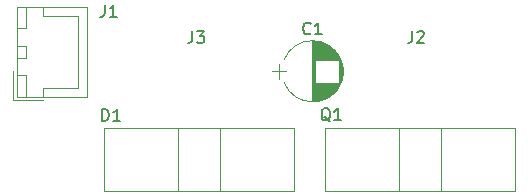
<source format=gbr>
G04 #@! TF.FileFunction,Legend,Top*
%FSLAX46Y46*%
G04 Gerber Fmt 4.6, Leading zero omitted, Abs format (unit mm)*
G04 Created by KiCad (PCBNEW 4.0.6) date 08/17/17 15:10:42*
%MOMM*%
%LPD*%
G01*
G04 APERTURE LIST*
%ADD10C,0.100000*%
%ADD11C,0.120000*%
%ADD12C,0.150000*%
G04 APERTURE END LIST*
D10*
D11*
X2470000Y21290000D02*
X8420000Y21290000D01*
X8420000Y21290000D02*
X8420000Y28890000D01*
X8420000Y28890000D02*
X2470000Y28890000D01*
X2470000Y28890000D02*
X2470000Y21290000D01*
X2470000Y24590000D02*
X3220000Y24590000D01*
X3220000Y24590000D02*
X3220000Y25590000D01*
X3220000Y25590000D02*
X2470000Y25590000D01*
X2470000Y25590000D02*
X2470000Y24590000D01*
X2470000Y21290000D02*
X3220000Y21290000D01*
X3220000Y21290000D02*
X3220000Y23090000D01*
X3220000Y23090000D02*
X2470000Y23090000D01*
X2470000Y23090000D02*
X2470000Y21290000D01*
X2470000Y27090000D02*
X3220000Y27090000D01*
X3220000Y27090000D02*
X3220000Y28890000D01*
X3220000Y28890000D02*
X2470000Y28890000D01*
X2470000Y28890000D02*
X2470000Y27090000D01*
X4720000Y21290000D02*
X4720000Y22040000D01*
X4720000Y22040000D02*
X7670000Y22040000D01*
X7670000Y22040000D02*
X7670000Y25090000D01*
X4720000Y28890000D02*
X4720000Y28140000D01*
X4720000Y28140000D02*
X7670000Y28140000D01*
X7670000Y28140000D02*
X7670000Y25090000D01*
X2170000Y23490000D02*
X2170000Y20990000D01*
X2170000Y20990000D02*
X4670000Y20990000D01*
X27500000Y25990000D02*
X27500000Y20890000D01*
X27540000Y25990000D02*
X27540000Y20890000D01*
X27580000Y25989000D02*
X27580000Y20891000D01*
X27620000Y25988000D02*
X27620000Y20892000D01*
X27660000Y25986000D02*
X27660000Y20894000D01*
X27700000Y25983000D02*
X27700000Y20897000D01*
X27740000Y25979000D02*
X27740000Y20901000D01*
X27780000Y25975000D02*
X27780000Y24420000D01*
X27780000Y22460000D02*
X27780000Y20905000D01*
X27820000Y25971000D02*
X27820000Y24420000D01*
X27820000Y22460000D02*
X27820000Y20909000D01*
X27860000Y25965000D02*
X27860000Y24420000D01*
X27860000Y22460000D02*
X27860000Y20915000D01*
X27900000Y25959000D02*
X27900000Y24420000D01*
X27900000Y22460000D02*
X27900000Y20921000D01*
X27940000Y25953000D02*
X27940000Y24420000D01*
X27940000Y22460000D02*
X27940000Y20927000D01*
X27980000Y25946000D02*
X27980000Y24420000D01*
X27980000Y22460000D02*
X27980000Y20934000D01*
X28020000Y25938000D02*
X28020000Y24420000D01*
X28020000Y22460000D02*
X28020000Y20942000D01*
X28060000Y25929000D02*
X28060000Y24420000D01*
X28060000Y22460000D02*
X28060000Y20951000D01*
X28100000Y25920000D02*
X28100000Y24420000D01*
X28100000Y22460000D02*
X28100000Y20960000D01*
X28140000Y25910000D02*
X28140000Y24420000D01*
X28140000Y22460000D02*
X28140000Y20970000D01*
X28180000Y25900000D02*
X28180000Y24420000D01*
X28180000Y22460000D02*
X28180000Y20980000D01*
X28221000Y25888000D02*
X28221000Y24420000D01*
X28221000Y22460000D02*
X28221000Y20992000D01*
X28261000Y25876000D02*
X28261000Y24420000D01*
X28261000Y22460000D02*
X28261000Y21004000D01*
X28301000Y25864000D02*
X28301000Y24420000D01*
X28301000Y22460000D02*
X28301000Y21016000D01*
X28341000Y25850000D02*
X28341000Y24420000D01*
X28341000Y22460000D02*
X28341000Y21030000D01*
X28381000Y25836000D02*
X28381000Y24420000D01*
X28381000Y22460000D02*
X28381000Y21044000D01*
X28421000Y25822000D02*
X28421000Y24420000D01*
X28421000Y22460000D02*
X28421000Y21058000D01*
X28461000Y25806000D02*
X28461000Y24420000D01*
X28461000Y22460000D02*
X28461000Y21074000D01*
X28501000Y25790000D02*
X28501000Y24420000D01*
X28501000Y22460000D02*
X28501000Y21090000D01*
X28541000Y25773000D02*
X28541000Y24420000D01*
X28541000Y22460000D02*
X28541000Y21107000D01*
X28581000Y25755000D02*
X28581000Y24420000D01*
X28581000Y22460000D02*
X28581000Y21125000D01*
X28621000Y25736000D02*
X28621000Y24420000D01*
X28621000Y22460000D02*
X28621000Y21144000D01*
X28661000Y25716000D02*
X28661000Y24420000D01*
X28661000Y22460000D02*
X28661000Y21164000D01*
X28701000Y25696000D02*
X28701000Y24420000D01*
X28701000Y22460000D02*
X28701000Y21184000D01*
X28741000Y25674000D02*
X28741000Y24420000D01*
X28741000Y22460000D02*
X28741000Y21206000D01*
X28781000Y25652000D02*
X28781000Y24420000D01*
X28781000Y22460000D02*
X28781000Y21228000D01*
X28821000Y25629000D02*
X28821000Y24420000D01*
X28821000Y22460000D02*
X28821000Y21251000D01*
X28861000Y25605000D02*
X28861000Y24420000D01*
X28861000Y22460000D02*
X28861000Y21275000D01*
X28901000Y25580000D02*
X28901000Y24420000D01*
X28901000Y22460000D02*
X28901000Y21300000D01*
X28941000Y25553000D02*
X28941000Y24420000D01*
X28941000Y22460000D02*
X28941000Y21327000D01*
X28981000Y25526000D02*
X28981000Y24420000D01*
X28981000Y22460000D02*
X28981000Y21354000D01*
X29021000Y25498000D02*
X29021000Y24420000D01*
X29021000Y22460000D02*
X29021000Y21382000D01*
X29061000Y25468000D02*
X29061000Y24420000D01*
X29061000Y22460000D02*
X29061000Y21412000D01*
X29101000Y25437000D02*
X29101000Y24420000D01*
X29101000Y22460000D02*
X29101000Y21443000D01*
X29141000Y25405000D02*
X29141000Y24420000D01*
X29141000Y22460000D02*
X29141000Y21475000D01*
X29181000Y25372000D02*
X29181000Y24420000D01*
X29181000Y22460000D02*
X29181000Y21508000D01*
X29221000Y25337000D02*
X29221000Y24420000D01*
X29221000Y22460000D02*
X29221000Y21543000D01*
X29261000Y25301000D02*
X29261000Y24420000D01*
X29261000Y22460000D02*
X29261000Y21579000D01*
X29301000Y25263000D02*
X29301000Y24420000D01*
X29301000Y22460000D02*
X29301000Y21617000D01*
X29341000Y25223000D02*
X29341000Y24420000D01*
X29341000Y22460000D02*
X29341000Y21657000D01*
X29381000Y25182000D02*
X29381000Y24420000D01*
X29381000Y22460000D02*
X29381000Y21698000D01*
X29421000Y25139000D02*
X29421000Y24420000D01*
X29421000Y22460000D02*
X29421000Y21741000D01*
X29461000Y25094000D02*
X29461000Y24420000D01*
X29461000Y22460000D02*
X29461000Y21786000D01*
X29501000Y25046000D02*
X29501000Y24420000D01*
X29501000Y22460000D02*
X29501000Y21834000D01*
X29541000Y24996000D02*
X29541000Y24420000D01*
X29541000Y22460000D02*
X29541000Y21884000D01*
X29581000Y24944000D02*
X29581000Y24420000D01*
X29581000Y22460000D02*
X29581000Y21936000D01*
X29621000Y24888000D02*
X29621000Y24420000D01*
X29621000Y22460000D02*
X29621000Y21992000D01*
X29661000Y24830000D02*
X29661000Y24420000D01*
X29661000Y22460000D02*
X29661000Y22050000D01*
X29701000Y24767000D02*
X29701000Y24420000D01*
X29701000Y22460000D02*
X29701000Y22113000D01*
X29741000Y24701000D02*
X29741000Y22179000D01*
X29781000Y24629000D02*
X29781000Y22251000D01*
X29821000Y24552000D02*
X29821000Y22328000D01*
X29861000Y24468000D02*
X29861000Y22412000D01*
X29901000Y24374000D02*
X29901000Y22506000D01*
X29941000Y24269000D02*
X29941000Y22611000D01*
X29981000Y24147000D02*
X29981000Y22733000D01*
X30021000Y23999000D02*
X30021000Y22881000D01*
X30061000Y23794000D02*
X30061000Y23086000D01*
X24050000Y23440000D02*
X25250000Y23440000D01*
X24650000Y24090000D02*
X24650000Y22790000D01*
X29896863Y24421400D02*
G75*
G03X25102564Y24420000I-2396863J-981400D01*
G01*
X29896863Y22458600D02*
G75*
G02X25102564Y22460000I-2396863J981400D01*
G01*
X29896863Y22458600D02*
G75*
G03X29897436Y24420000I-2396863J981400D01*
G01*
X25976000Y13329000D02*
X9836000Y13329000D01*
X25976000Y18600000D02*
X9836000Y18600000D01*
X25976000Y13329000D02*
X25976000Y18600000D01*
X9836000Y13329000D02*
X9836000Y18600000D01*
X19710000Y13329000D02*
X19710000Y18600000D01*
X16101000Y13329000D02*
X16101000Y18600000D01*
X44660000Y13329000D02*
X28520000Y13329000D01*
X44660000Y18600000D02*
X28520000Y18600000D01*
X44660000Y13329000D02*
X44660000Y18600000D01*
X28520000Y13329000D02*
X28520000Y18600000D01*
X38394000Y13329000D02*
X38394000Y18600000D01*
X34785000Y13329000D02*
X34785000Y18600000D01*
D12*
X9926667Y29047619D02*
X9926667Y28333333D01*
X9879047Y28190476D01*
X9783809Y28095238D01*
X9640952Y28047619D01*
X9545714Y28047619D01*
X10926667Y28047619D02*
X10355238Y28047619D01*
X10640952Y28047619D02*
X10640952Y29047619D01*
X10545714Y28904762D01*
X10450476Y28809524D01*
X10355238Y28761905D01*
X27333334Y26642857D02*
X27285715Y26595238D01*
X27142858Y26547619D01*
X27047620Y26547619D01*
X26904762Y26595238D01*
X26809524Y26690476D01*
X26761905Y26785714D01*
X26714286Y26976190D01*
X26714286Y27119048D01*
X26761905Y27309524D01*
X26809524Y27404762D01*
X26904762Y27500000D01*
X27047620Y27547619D01*
X27142858Y27547619D01*
X27285715Y27500000D01*
X27333334Y27452381D01*
X28285715Y26547619D02*
X27714286Y26547619D01*
X28000000Y26547619D02*
X28000000Y27547619D01*
X27904762Y27404762D01*
X27809524Y27309524D01*
X27714286Y27261905D01*
X17322667Y26833619D02*
X17322667Y26119333D01*
X17275047Y25976476D01*
X17179809Y25881238D01*
X17036952Y25833619D01*
X16941714Y25833619D01*
X17703619Y26833619D02*
X18322667Y26833619D01*
X17989333Y26452667D01*
X18132191Y26452667D01*
X18227429Y26405048D01*
X18275048Y26357429D01*
X18322667Y26262190D01*
X18322667Y26024095D01*
X18275048Y25928857D01*
X18227429Y25881238D01*
X18132191Y25833619D01*
X17846476Y25833619D01*
X17751238Y25881238D01*
X17703619Y25928857D01*
X9687905Y19237619D02*
X9687905Y20237619D01*
X9926000Y20237619D01*
X10068858Y20190000D01*
X10164096Y20094762D01*
X10211715Y19999524D01*
X10259334Y19809048D01*
X10259334Y19666190D01*
X10211715Y19475714D01*
X10164096Y19380476D01*
X10068858Y19285238D01*
X9926000Y19237619D01*
X9687905Y19237619D01*
X11211715Y19237619D02*
X10640286Y19237619D01*
X10926000Y19237619D02*
X10926000Y20237619D01*
X10830762Y20094762D01*
X10735524Y19999524D01*
X10640286Y19951905D01*
X29000762Y19192381D02*
X28905524Y19240000D01*
X28810286Y19335238D01*
X28667429Y19478095D01*
X28572190Y19525714D01*
X28476952Y19525714D01*
X28524571Y19287619D02*
X28429333Y19335238D01*
X28334095Y19430476D01*
X28286476Y19620952D01*
X28286476Y19954286D01*
X28334095Y20144762D01*
X28429333Y20240000D01*
X28524571Y20287619D01*
X28715048Y20287619D01*
X28810286Y20240000D01*
X28905524Y20144762D01*
X28953143Y19954286D01*
X28953143Y19620952D01*
X28905524Y19430476D01*
X28810286Y19335238D01*
X28715048Y19287619D01*
X28524571Y19287619D01*
X29905524Y19287619D02*
X29334095Y19287619D01*
X29619809Y19287619D02*
X29619809Y20287619D01*
X29524571Y20144762D01*
X29429333Y20049524D01*
X29334095Y20001905D01*
X35942667Y26833619D02*
X35942667Y26119333D01*
X35895047Y25976476D01*
X35799809Y25881238D01*
X35656952Y25833619D01*
X35561714Y25833619D01*
X36371238Y26738381D02*
X36418857Y26786000D01*
X36514095Y26833619D01*
X36752191Y26833619D01*
X36847429Y26786000D01*
X36895048Y26738381D01*
X36942667Y26643143D01*
X36942667Y26547905D01*
X36895048Y26405048D01*
X36323619Y25833619D01*
X36942667Y25833619D01*
M02*

</source>
